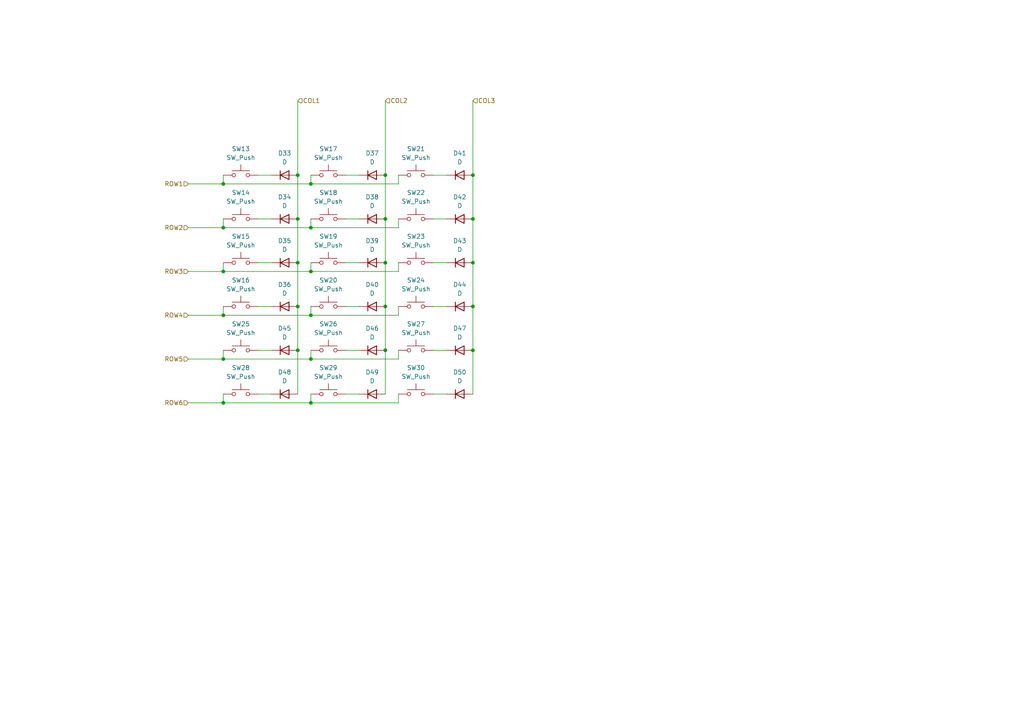
<source format=kicad_sch>
(kicad_sch (version 20231120) (generator "eeschema") (generator_version "8.0")
  (paper "A4")
  (lib_symbols
    (symbol "Device:D" (pin_numbers hide) (pin_names (offset 1.016) hide)
      (property "Reference" "D" (at 0 2.54 0))
      (property "Value" "D" (at 0 -2.54 0))
      (symbol "D_0_1"
        (polyline (pts (xy -1.27 1.27) (xy -1.27 -1.27)) (stroke (width 0.254)))
        (polyline (pts (xy 1.27 0) (xy -1.27 0)))
        (polyline (pts (xy 1.27 1.27) (xy 1.27 -1.27) (xy -1.27 0) (xy 1.27 1.27)) (stroke (width 0.254)))
      )
      (symbol "D_1_1"
        (pin passive line (at -3.81 0 0) (length 2.54) (name "K") (number "1"))
        (pin passive line (at 3.81 0 180) (length 2.54) (name "A") (number "2"))
      )
    )
    (symbol "Switch:SW_Push" (pin_numbers hide) (pin_names (offset 1.016) hide)
      (property "Reference" "SW" (at 1.27 2.54 0))
      (property "Value" "SW_Push" (at 0 -1.524 0))
      (symbol "SW_Push_0_1"
        (circle (center -2.032 0) (radius 0.508))
        (polyline (pts (xy 0 1.27) (xy 0 3.048)))
        (polyline (pts (xy 2.54 1.27) (xy -2.54 1.27)))
        (circle (center 2.032 0) (radius 0.508))
        (pin passive line (at -5.08 0 0) (length 2.54) (name "1") (number "1"))
        (pin passive line (at 5.08 0 180) (length 2.54) (name "2") (number "2"))
      )
    )
  )
  (junction (at 137.16 88.9))
  (junction (at 64.77 78.74))
  (junction (at 64.77 53.34))
  (junction (at 111.76 76.2))
  (junction (at 64.77 91.44))
  (junction (at 137.16 76.2))
  (junction (at 90.17 116.84))
  (junction (at 86.36 88.9))
  (junction (at 90.17 66.04))
  (junction (at 111.76 63.5))
  (junction (at 137.16 101.6))
  (junction (at 86.36 50.8))
  (junction (at 90.17 78.74))
  (junction (at 86.36 76.2))
  (junction (at 90.17 104.14))
  (junction (at 90.17 91.44))
  (junction (at 64.77 116.84))
  (junction (at 86.36 101.6))
  (junction (at 137.16 50.8))
  (junction (at 111.76 101.6))
  (junction (at 111.76 50.8))
  (junction (at 64.77 66.04))
  (junction (at 137.16 63.5))
  (junction (at 111.76 88.9))
  (junction (at 90.17 53.34))
  (junction (at 64.77 104.14))
  (junction (at 86.36 63.5))
  (wire (pts (xy 125.73 76.2) (xy 129.54 76.2)))
  (wire (pts (xy 125.73 50.8) (xy 129.54 50.8)))
  (wire (pts (xy 64.77 116.84) (xy 90.17 116.84)))
  (wire (pts (xy 125.73 88.9) (xy 129.54 88.9)))
  (wire (pts (xy 64.77 101.6) (xy 64.77 104.14)))
  (wire (pts (xy 100.33 76.2) (xy 104.14 76.2)))
  (wire (pts (xy 100.33 88.9) (xy 104.14 88.9)))
  (wire (pts (xy 64.77 63.5) (xy 64.77 66.04)))
  (wire (pts (xy 74.93 114.3) (xy 78.74 114.3)))
  (wire (pts (xy 64.77 50.8) (xy 64.77 53.34)))
  (wire (pts (xy 54.61 104.14) (xy 64.77 104.14)))
  (wire (pts (xy 111.76 63.5) (xy 111.76 76.2)))
  (wire (pts (xy 90.17 104.14) (xy 115.57 104.14)))
  (wire (pts (xy 100.33 50.8) (xy 104.14 50.8)))
  (wire (pts (xy 111.76 101.6) (xy 111.76 114.3)))
  (wire (pts (xy 86.36 29.21) (xy 86.36 50.8)))
  (wire (pts (xy 86.36 101.6) (xy 86.36 114.3)))
  (wire (pts (xy 137.16 76.2) (xy 137.16 88.9)))
  (wire (pts (xy 64.77 104.14) (xy 90.17 104.14)))
  (wire (pts (xy 125.73 63.5) (xy 129.54 63.5)))
  (wire (pts (xy 54.61 91.44) (xy 64.77 91.44)))
  (wire (pts (xy 74.93 76.2) (xy 78.74 76.2)))
  (wire (pts (xy 115.57 114.3) (xy 115.57 116.84)))
  (wire (pts (xy 125.73 101.6) (xy 129.54 101.6)))
  (wire (pts (xy 64.77 91.44) (xy 90.17 91.44)))
  (wire (pts (xy 54.61 78.74) (xy 64.77 78.74)))
  (wire (pts (xy 64.77 76.2) (xy 64.77 78.74)))
  (wire (pts (xy 137.16 63.5) (xy 137.16 76.2)))
  (wire (pts (xy 86.36 63.5) (xy 86.36 76.2)))
  (wire (pts (xy 74.93 63.5) (xy 78.74 63.5)))
  (wire (pts (xy 54.61 116.84) (xy 64.77 116.84)))
  (wire (pts (xy 100.33 101.6) (xy 104.14 101.6)))
  (wire (pts (xy 90.17 91.44) (xy 115.57 91.44)))
  (wire (pts (xy 64.77 88.9) (xy 64.77 91.44)))
  (wire (pts (xy 115.57 101.6) (xy 115.57 104.14)))
  (wire (pts (xy 90.17 78.74) (xy 115.57 78.74)))
  (wire (pts (xy 111.76 29.21) (xy 111.76 50.8)))
  (wire (pts (xy 90.17 66.04) (xy 115.57 66.04)))
  (wire (pts (xy 90.17 53.34) (xy 115.57 53.34)))
  (wire (pts (xy 74.93 101.6) (xy 78.74 101.6)))
  (wire (pts (xy 100.33 63.5) (xy 104.14 63.5)))
  (wire (pts (xy 86.36 88.9) (xy 86.36 101.6)))
  (wire (pts (xy 137.16 88.9) (xy 137.16 101.6)))
  (wire (pts (xy 137.16 29.21) (xy 137.16 50.8)))
  (wire (pts (xy 90.17 63.5) (xy 90.17 66.04)))
  (wire (pts (xy 137.16 101.6) (xy 137.16 114.3)))
  (wire (pts (xy 64.77 66.04) (xy 90.17 66.04)))
  (wire (pts (xy 90.17 50.8) (xy 90.17 53.34)))
  (wire (pts (xy 111.76 76.2) (xy 111.76 88.9)))
  (wire (pts (xy 90.17 76.2) (xy 90.17 78.74)))
  (wire (pts (xy 90.17 114.3) (xy 90.17 116.84)))
  (wire (pts (xy 54.61 53.34) (xy 64.77 53.34)))
  (wire (pts (xy 90.17 116.84) (xy 115.57 116.84)))
  (wire (pts (xy 115.57 63.5) (xy 115.57 66.04)))
  (wire (pts (xy 86.36 50.8) (xy 86.36 63.5)))
  (wire (pts (xy 90.17 88.9) (xy 90.17 91.44)))
  (wire (pts (xy 64.77 114.3) (xy 64.77 116.84)))
  (wire (pts (xy 74.93 50.8) (xy 78.74 50.8)))
  (wire (pts (xy 115.57 88.9) (xy 115.57 91.44)))
  (wire (pts (xy 64.77 78.74) (xy 90.17 78.74)))
  (wire (pts (xy 111.76 50.8) (xy 111.76 63.5)))
  (wire (pts (xy 125.73 114.3) (xy 129.54 114.3)))
  (wire (pts (xy 74.93 88.9) (xy 78.74 88.9)))
  (wire (pts (xy 64.77 53.34) (xy 90.17 53.34)))
  (wire (pts (xy 90.17 101.6) (xy 90.17 104.14)))
  (wire (pts (xy 115.57 50.8) (xy 115.57 53.34)))
  (wire (pts (xy 54.61 66.04) (xy 64.77 66.04)))
  (wire (pts (xy 111.76 88.9) (xy 111.76 101.6)))
  (wire (pts (xy 115.57 76.2) (xy 115.57 78.74)))
  (wire (pts (xy 86.36 76.2) (xy 86.36 88.9)))
  (wire (pts (xy 100.33 114.3) (xy 104.14 114.3)))
  (wire (pts (xy 137.16 50.8) (xy 137.16 63.5)))
  (hierarchical_label "COL2" (shape input) (at 111.76 29.21 0))
  (hierarchical_label "ROW3" (shape input) (at 54.61 78.74 180))
  (hierarchical_label "ROW4" (shape input) (at 54.61 91.44 180))
  (hierarchical_label "COL3" (shape input) (at 137.16 29.21 0))
  (hierarchical_label "ROW6" (shape input) (at 54.61 116.84 180))
  (hierarchical_label "ROW2" (shape input) (at 54.61 66.04 180))
  (hierarchical_label "ROW5" (shape input) (at 54.61 104.14 180))
  (hierarchical_label "COL1" (shape input) (at 86.36 29.21 0))
  (hierarchical_label "ROW1" (shape input) (at 54.61 53.34 180))
  (symbol (lib_id "Device:D") (at 82.55 114.3 0) (unit 1)
    (property "Reference" "D48" (at 82.55 107.95 0))
    (property "Value" "D" (at 82.55 110.49 0))
    (property "Footprint" "Diode_SMD:D_0805_2012Metric" (effects (hide yes)))
    (property "Datasheet" "https://www.lcsc.com/datasheet/lcsc_datasheet_1809291616_LIZ-Elec-CD4148WSP_C109001.pdf" (effects (hide yes)))
    (property "Sim.Device" "D" (effects (hide yes)))
    (property "Sim.Pins" "1=K 2=A" (effects (hide yes)))
    (property "JLCPCB Part" "C109001" (effects (hide yes)))
    (property "Manufracturer" "LIZ Elec" (effects (hide yes)))
    (property "Manufracturer Part Number" "CD4148WSP" (effects (hide yes)))
  )
  (symbol (lib_id "Switch:SW_Push") (at 69.85 50.8 0) (unit 1)
    (property "Reference" "SW13" (at 69.85 43.18 0))
    (property "Value" "SW_Push" (at 69.85 45.72 0))
    (property "Footprint" "NiasStuff:SW_Push_1TS009xxxx-xxxx-xxxx_6x6x5mm" (effects (hide yes)))
    (property "Datasheet" "https://www.lcsc.com/datasheet/lcsc_datasheet_1811151231_HYP--Hongyuan-Precision-1TS009A-1800-5000-CT_C319409.pdf" (effects (hide yes)))
    (property "JLCPCB Part" "C319409" (effects (hide yes)))
    (property "Manufracturer" "HYP (Hongyuan Precision)" (effects (hide yes)))
    (property "Manufracturer Part Number" "1TS009A-1800-5000-CT" (effects (hide yes)))
  )
  (symbol (lib_id "Switch:SW_Push") (at 69.85 114.3 0) (unit 1)
    (property "Reference" "SW28" (at 69.85 106.68 0))
    (property "Value" "SW_Push" (at 69.85 109.22 0))
    (property "Footprint" "NiasStuff:SW_Push_1TS009xxxx-xxxx-xxxx_6x6x5mm" (effects (hide yes)))
    (property "Datasheet" "https://www.lcsc.com/datasheet/lcsc_datasheet_1811151231_HYP--Hongyuan-Precision-1TS009A-1800-5000-CT_C319409.pdf" (effects (hide yes)))
    (property "JLCPCB Part" "C319409" (effects (hide yes)))
    (property "Manufracturer" "HYP (Hongyuan Precision)" (effects (hide yes)))
    (property "Manufracturer Part Number" "1TS009A-1800-5000-CT" (effects (hide yes)))
  )
  (symbol (lib_id "Device:D") (at 82.55 50.8 0) (unit 1)
    (property "Reference" "D33" (at 82.55 44.45 0))
    (property "Value" "D" (at 82.55 46.99 0))
    (property "Footprint" "Diode_SMD:D_0805_2012Metric" (effects (hide yes)))
    (property "Datasheet" "https://www.lcsc.com/datasheet/lcsc_datasheet_1809291616_LIZ-Elec-CD4148WSP_C109001.pdf" (effects (hide yes)))
    (property "Sim.Device" "D" (effects (hide yes)))
    (property "Sim.Pins" "1=K 2=A" (effects (hide yes)))
    (property "JLCPCB Part" "C109001" (effects (hide yes)))
    (property "Manufracturer" "LIZ Elec" (effects (hide yes)))
    (property "Manufracturer Part Number" "CD4148WSP" (effects (hide yes)))
  )
  (symbol (lib_id "Switch:SW_Push") (at 69.85 88.9 0) (unit 1)
    (property "Reference" "SW16" (at 69.85 81.28 0))
    (property "Value" "SW_Push" (at 69.85 83.82 0))
    (property "Footprint" "NiasStuff:SW_Push_1TS009xxxx-xxxx-xxxx_6x6x5mm" (effects (hide yes)))
    (property "Datasheet" "https://www.lcsc.com/datasheet/lcsc_datasheet_1811151231_HYP--Hongyuan-Precision-1TS009A-1800-5000-CT_C319409.pdf" (effects (hide yes)))
    (property "JLCPCB Part" "C319409" (effects (hide yes)))
    (property "Manufracturer" "HYP (Hongyuan Precision)" (effects (hide yes)))
    (property "Manufracturer Part Number" "1TS009A-1800-5000-CT" (effects (hide yes)))
  )
  (symbol (lib_id "Device:D") (at 82.55 63.5 0) (unit 1)
    (property "Reference" "D34" (at 82.55 57.15 0))
    (property "Value" "D" (at 82.55 59.69 0))
    (property "Footprint" "Diode_SMD:D_0805_2012Metric" (effects (hide yes)))
    (property "Datasheet" "https://www.lcsc.com/datasheet/lcsc_datasheet_1809291616_LIZ-Elec-CD4148WSP_C109001.pdf" (effects (hide yes)))
    (property "Sim.Device" "D" (effects (hide yes)))
    (property "Sim.Pins" "1=K 2=A" (effects (hide yes)))
    (property "JLCPCB Part" "C109001" (effects (hide yes)))
    (property "Manufracturer" "LIZ Elec" (effects (hide yes)))
    (property "Manufracturer Part Number" "CD4148WSP" (effects (hide yes)))
  )
  (symbol (lib_id "Device:D") (at 107.95 76.2 0) (unit 1)
    (property "Reference" "D39" (at 107.95 69.85 0))
    (property "Value" "D" (at 107.95 72.39 0))
    (property "Footprint" "Diode_SMD:D_0805_2012Metric" (effects (hide yes)))
    (property "Datasheet" "https://www.lcsc.com/datasheet/lcsc_datasheet_1809291616_LIZ-Elec-CD4148WSP_C109001.pdf" (effects (hide yes)))
    (property "Sim.Device" "D" (effects (hide yes)))
    (property "Sim.Pins" "1=K 2=A" (effects (hide yes)))
    (property "JLCPCB Part" "C109001" (effects (hide yes)))
    (property "Manufracturer" "LIZ Elec" (effects (hide yes)))
    (property "Manufracturer Part Number" "CD4148WSP" (effects (hide yes)))
  )
  (symbol (lib_id "Device:D") (at 82.55 76.2 0) (unit 1)
    (property "Reference" "D35" (at 82.55 69.85 0))
    (property "Value" "D" (at 82.55 72.39 0))
    (property "Footprint" "Diode_SMD:D_0805_2012Metric" (effects (hide yes)))
    (property "Datasheet" "https://www.lcsc.com/datasheet/lcsc_datasheet_1809291616_LIZ-Elec-CD4148WSP_C109001.pdf" (effects (hide yes)))
    (property "Sim.Device" "D" (effects (hide yes)))
    (property "Sim.Pins" "1=K 2=A" (effects (hide yes)))
    (property "JLCPCB Part" "C109001" (effects (hide yes)))
    (property "Manufracturer" "LIZ Elec" (effects (hide yes)))
    (property "Manufracturer Part Number" "CD4148WSP" (effects (hide yes)))
  )
  (symbol (lib_id "Switch:SW_Push") (at 120.65 101.6 0) (unit 1)
    (property "Reference" "SW27" (at 120.65 93.98 0))
    (property "Value" "SW_Push" (at 120.65 96.52 0))
    (property "Footprint" "NiasStuff:SW_Push_1TS009xxxx-xxxx-xxxx_6x6x5mm" (effects (hide yes)))
    (property "Datasheet" "https://www.lcsc.com/datasheet/lcsc_datasheet_1811151231_HYP--Hongyuan-Precision-1TS009A-1800-5000-CT_C319409.pdf" (effects (hide yes)))
    (property "JLCPCB Part" "C319409" (effects (hide yes)))
    (property "Manufracturer" "HYP (Hongyuan Precision)" (effects (hide yes)))
    (property "Manufracturer Part Number" "1TS009A-1800-5000-CT" (effects (hide yes)))
  )
  (symbol (lib_id "Device:D") (at 107.95 50.8 0) (unit 1)
    (property "Reference" "D37" (at 107.95 44.45 0))
    (property "Value" "D" (at 107.95 46.99 0))
    (property "Footprint" "Diode_SMD:D_0805_2012Metric" (effects (hide yes)))
    (property "Datasheet" "https://www.lcsc.com/datasheet/lcsc_datasheet_1809291616_LIZ-Elec-CD4148WSP_C109001.pdf" (effects (hide yes)))
    (property "Sim.Device" "D" (effects (hide yes)))
    (property "Sim.Pins" "1=K 2=A" (effects (hide yes)))
    (property "JLCPCB Part" "C109001" (effects (hide yes)))
    (property "Manufracturer" "LIZ Elec" (effects (hide yes)))
    (property "Manufracturer Part Number" "CD4148WSP" (effects (hide yes)))
  )
  (symbol (lib_id "Switch:SW_Push") (at 120.65 76.2 0) (unit 1)
    (property "Reference" "SW23" (at 120.65 68.58 0))
    (property "Value" "SW_Push" (at 120.65 71.12 0))
    (property "Footprint" "NiasStuff:SW_Push_1TS009xxxx-xxxx-xxxx_6x6x5mm" (effects (hide yes)))
    (property "Datasheet" "https://www.lcsc.com/datasheet/lcsc_datasheet_1811151231_HYP--Hongyuan-Precision-1TS009A-1800-5000-CT_C319409.pdf" (effects (hide yes)))
    (property "JLCPCB Part" "C319409" (effects (hide yes)))
    (property "Manufracturer" "HYP (Hongyuan Precision)" (effects (hide yes)))
    (property "Manufracturer Part Number" "1TS009A-1800-5000-CT" (effects (hide yes)))
  )
  (symbol (lib_id "Switch:SW_Push") (at 69.85 101.6 0) (unit 1)
    (property "Reference" "SW25" (at 69.85 93.98 0))
    (property "Value" "SW_Push" (at 69.85 96.52 0))
    (property "Footprint" "NiasStuff:SW_Push_1TS009xxxx-xxxx-xxxx_6x6x5mm" (effects (hide yes)))
    (property "Datasheet" "https://www.lcsc.com/datasheet/lcsc_datasheet_1811151231_HYP--Hongyuan-Precision-1TS009A-1800-5000-CT_C319409.pdf" (effects (hide yes)))
    (property "JLCPCB Part" "C319409" (effects (hide yes)))
    (property "Manufracturer" "HYP (Hongyuan Precision)" (effects (hide yes)))
    (property "Manufracturer Part Number" "1TS009A-1800-5000-CT" (effects (hide yes)))
  )
  (symbol (lib_id "Device:D") (at 82.55 101.6 0) (unit 1)
    (property "Reference" "D45" (at 82.55 95.25 0))
    (property "Value" "D" (at 82.55 97.79 0))
    (property "Footprint" "Diode_SMD:D_0805_2012Metric" (effects (hide yes)))
    (property "Datasheet" "https://www.lcsc.com/datasheet/lcsc_datasheet_1809291616_LIZ-Elec-CD4148WSP_C109001.pdf" (effects (hide yes)))
    (property "Sim.Device" "D" (effects (hide yes)))
    (property "Sim.Pins" "1=K 2=A" (effects (hide yes)))
    (property "JLCPCB Part" "C109001" (effects (hide yes)))
    (property "Manufracturer" "LIZ Elec" (effects (hide yes)))
    (property "Manufracturer Part Number" "CD4148WSP" (effects (hide yes)))
  )
  (symbol (lib_id "Switch:SW_Push") (at 120.65 88.9 0) (unit 1)
    (property "Reference" "SW24" (at 120.65 81.28 0))
    (property "Value" "SW_Push" (at 120.65 83.82 0))
    (property "Footprint" "NiasStuff:SW_Push_1TS009xxxx-xxxx-xxxx_6x6x5mm" (effects (hide yes)))
    (property "Datasheet" "https://www.lcsc.com/datasheet/lcsc_datasheet_1811151231_HYP--Hongyuan-Precision-1TS009A-1800-5000-CT_C319409.pdf" (effects (hide yes)))
    (property "JLCPCB Part" "C319409" (effects (hide yes)))
    (property "Manufracturer" "HYP (Hongyuan Precision)" (effects (hide yes)))
    (property "Manufracturer Part Number" "1TS009A-1800-5000-CT" (effects (hide yes)))
  )
  (symbol (lib_id "Switch:SW_Push") (at 120.65 50.8 0) (unit 1)
    (property "Reference" "SW21" (at 120.65 43.18 0))
    (property "Value" "SW_Push" (at 120.65 45.72 0))
    (property "Footprint" "NiasStuff:SW_Push_1TS009xxxx-xxxx-xxxx_6x6x5mm" (effects (hide yes)))
    (property "Datasheet" "https://www.lcsc.com/datasheet/lcsc_datasheet_1811151231_HYP--Hongyuan-Precision-1TS009A-1800-5000-CT_C319409.pdf" (effects (hide yes)))
    (property "JLCPCB Part" "C319409" (effects (hide yes)))
    (property "Manufracturer" "HYP (Hongyuan Precision)" (effects (hide yes)))
    (property "Manufracturer Part Number" "1TS009A-1800-5000-CT" (effects (hide yes)))
  )
  (symbol (lib_id "Device:D") (at 133.35 101.6 0) (unit 1)
    (property "Reference" "D47" (at 133.35 95.25 0))
    (property "Value" "D" (at 133.35 97.79 0))
    (property "Footprint" "Diode_SMD:D_0805_2012Metric" (effects (hide yes)))
    (property "Datasheet" "https://www.lcsc.com/datasheet/lcsc_datasheet_1809291616_LIZ-Elec-CD4148WSP_C109001.pdf" (effects (hide yes)))
    (property "Sim.Device" "D" (effects (hide yes)))
    (property "Sim.Pins" "1=K 2=A" (effects (hide yes)))
    (property "JLCPCB Part" "C109001" (effects (hide yes)))
    (property "Manufracturer" "LIZ Elec" (effects (hide yes)))
    (property "Manufracturer Part Number" "CD4148WSP" (effects (hide yes)))
  )
  (symbol (lib_id "Device:D") (at 133.35 63.5 0) (unit 1)
    (property "Reference" "D42" (at 133.35 57.15 0))
    (property "Value" "D" (at 133.35 59.69 0))
    (property "Footprint" "Diode_SMD:D_0805_2012Metric" (effects (hide yes)))
    (property "Datasheet" "https://www.lcsc.com/datasheet/lcsc_datasheet_1809291616_LIZ-Elec-CD4148WSP_C109001.pdf" (effects (hide yes)))
    (property "Sim.Device" "D" (effects (hide yes)))
    (property "Sim.Pins" "1=K 2=A" (effects (hide yes)))
    (property "JLCPCB Part" "C109001" (effects (hide yes)))
    (property "Manufracturer" "LIZ Elec" (effects (hide yes)))
    (property "Manufracturer Part Number" "CD4148WSP" (effects (hide yes)))
  )
  (symbol (lib_id "Device:D") (at 133.35 50.8 0) (unit 1)
    (property "Reference" "D41" (at 133.35 44.45 0))
    (property "Value" "D" (at 133.35 46.99 0))
    (property "Footprint" "Diode_SMD:D_0805_2012Metric" (effects (hide yes)))
    (property "Datasheet" "https://www.lcsc.com/datasheet/lcsc_datasheet_1809291616_LIZ-Elec-CD4148WSP_C109001.pdf" (effects (hide yes)))
    (property "Sim.Device" "D" (effects (hide yes)))
    (property "Sim.Pins" "1=K 2=A" (effects (hide yes)))
    (property "JLCPCB Part" "C109001" (effects (hide yes)))
    (property "Manufracturer" "LIZ Elec" (effects (hide yes)))
    (property "Manufracturer Part Number" "CD4148WSP" (effects (hide yes)))
  )
  (symbol (lib_id "Switch:SW_Push") (at 95.25 50.8 0) (unit 1)
    (property "Reference" "SW17" (at 95.25 43.18 0))
    (property "Value" "SW_Push" (at 95.25 45.72 0))
    (property "Footprint" "NiasStuff:SW_Push_1TS009xxxx-xxxx-xxxx_6x6x5mm" (effects (hide yes)))
    (property "Datasheet" "https://www.lcsc.com/datasheet/lcsc_datasheet_1811151231_HYP--Hongyuan-Precision-1TS009A-1800-5000-CT_C319409.pdf" (effects (hide yes)))
    (property "JLCPCB Part" "C319409" (effects (hide yes)))
    (property "Manufracturer" "HYP (Hongyuan Precision)" (effects (hide yes)))
    (property "Manufracturer Part Number" "1TS009A-1800-5000-CT" (effects (hide yes)))
  )
  (symbol (lib_id "Switch:SW_Push") (at 95.25 63.5 0) (unit 1)
    (property "Reference" "SW18" (at 95.25 55.88 0))
    (property "Value" "SW_Push" (at 95.25 58.42 0))
    (property "Footprint" "NiasStuff:SW_Push_1TS009xxxx-xxxx-xxxx_6x6x5mm" (effects (hide yes)))
    (property "Datasheet" "https://www.lcsc.com/datasheet/lcsc_datasheet_1811151231_HYP--Hongyuan-Precision-1TS009A-1800-5000-CT_C319409.pdf" (effects (hide yes)))
    (property "JLCPCB Part" "C319409" (effects (hide yes)))
    (property "Manufracturer" "HYP (Hongyuan Precision)" (effects (hide yes)))
    (property "Manufracturer Part Number" "1TS009A-1800-5000-CT" (effects (hide yes)))
  )
  (symbol (lib_id "Switch:SW_Push") (at 95.25 76.2 0) (unit 1)
    (property "Reference" "SW19" (at 95.25 68.58 0))
    (property "Value" "SW_Push" (at 95.25 71.12 0))
    (property "Footprint" "NiasStuff:SW_Push_1TS009xxxx-xxxx-xxxx_6x6x5mm" (effects (hide yes)))
    (property "Datasheet" "https://www.lcsc.com/datasheet/lcsc_datasheet_1811151231_HYP--Hongyuan-Precision-1TS009A-1800-5000-CT_C319409.pdf" (effects (hide yes)))
    (property "JLCPCB Part" "C319409" (effects (hide yes)))
    (property "Manufracturer" "HYP (Hongyuan Precision)" (effects (hide yes)))
    (property "Manufracturer Part Number" "1TS009A-1800-5000-CT" (effects (hide yes)))
  )
  (symbol (lib_id "Device:D") (at 107.95 63.5 0) (unit 1)
    (property "Reference" "D38" (at 107.95 57.15 0))
    (property "Value" "D" (at 107.95 59.69 0))
    (property "Footprint" "Diode_SMD:D_0805_2012Metric" (effects (hide yes)))
    (property "Datasheet" "https://www.lcsc.com/datasheet/lcsc_datasheet_1809291616_LIZ-Elec-CD4148WSP_C109001.pdf" (effects (hide yes)))
    (property "Sim.Device" "D" (effects (hide yes)))
    (property "Sim.Pins" "1=K 2=A" (effects (hide yes)))
    (property "JLCPCB Part" "C109001" (effects (hide yes)))
    (property "Manufracturer" "LIZ Elec" (effects (hide yes)))
    (property "Manufracturer Part Number" "CD4148WSP" (effects (hide yes)))
  )
  (symbol (lib_id "Switch:SW_Push") (at 95.25 101.6 0) (unit 1)
    (property "Reference" "SW26" (at 95.25 93.98 0))
    (property "Value" "SW_Push" (at 95.25 96.52 0))
    (property "Footprint" "NiasStuff:SW_Push_1TS009xxxx-xxxx-xxxx_6x6x5mm" (effects (hide yes)))
    (property "Datasheet" "https://www.lcsc.com/datasheet/lcsc_datasheet_1811151231_HYP--Hongyuan-Precision-1TS009A-1800-5000-CT_C319409.pdf" (effects (hide yes)))
    (property "JLCPCB Part" "C319409" (effects (hide yes)))
    (property "Manufracturer" "HYP (Hongyuan Precision)" (effects (hide yes)))
    (property "Manufracturer Part Number" "1TS009A-1800-5000-CT" (effects (hide yes)))
  )
  (symbol (lib_id "Switch:SW_Push") (at 120.65 114.3 0) (unit 1)
    (property "Reference" "SW30" (at 120.65 106.68 0))
    (property "Value" "SW_Push" (at 120.65 109.22 0))
    (property "Footprint" "NiasStuff:SW_Push_1TS009xxxx-xxxx-xxxx_6x6x5mm" (effects (hide yes)))
    (property "Datasheet" "https://www.lcsc.com/datasheet/lcsc_datasheet_1811151231_HYP--Hongyuan-Precision-1TS009A-1800-5000-CT_C319409.pdf" (effects (hide yes)))
    (property "JLCPCB Part" "C319409" (effects (hide yes)))
    (property "Manufracturer" "HYP (Hongyuan Precision)" (effects (hide yes)))
    (property "Manufracturer Part Number" "1TS009A-1800-5000-CT" (effects (hide yes)))
  )
  (symbol (lib_id "Switch:SW_Push") (at 120.65 63.5 0) (unit 1)
    (property "Reference" "SW22" (at 120.65 55.88 0))
    (property "Value" "SW_Push" (at 120.65 58.42 0))
    (property "Footprint" "NiasStuff:SW_Push_1TS009xxxx-xxxx-xxxx_6x6x5mm" (effects (hide yes)))
    (property "Datasheet" "https://www.lcsc.com/datasheet/lcsc_datasheet_1811151231_HYP--Hongyuan-Precision-1TS009A-1800-5000-CT_C319409.pdf" (effects (hide yes)))
    (property "JLCPCB Part" "C319409" (effects (hide yes)))
    (property "Manufracturer" "HYP (Hongyuan Precision)" (effects (hide yes)))
    (property "Manufracturer Part Number" "1TS009A-1800-5000-CT" (effects (hide yes)))
  )
  (symbol (lib_id "Device:D") (at 107.95 101.6 0) (unit 1)
    (property "Reference" "D46" (at 107.95 95.25 0))
    (property "Value" "D" (at 107.95 97.79 0))
    (property "Footprint" "Diode_SMD:D_0805_2012Metric" (effects (hide yes)))
    (property "Datasheet" "https://www.lcsc.com/datasheet/lcsc_datasheet_1809291616_LIZ-Elec-CD4148WSP_C109001.pdf" (effects (hide yes)))
    (property "Sim.Device" "D" (effects (hide yes)))
    (property "Sim.Pins" "1=K 2=A" (effects (hide yes)))
    (property "JLCPCB Part" "C109001" (effects (hide yes)))
    (property "Manufracturer" "LIZ Elec" (effects (hide yes)))
    (property "Manufracturer Part Number" "CD4148WSP" (effects (hide yes)))
  )
  (symbol (lib_id "Switch:SW_Push") (at 95.25 88.9 0) (unit 1)
    (property "Reference" "SW20" (at 95.25 81.28 0))
    (property "Value" "SW_Push" (at 95.25 83.82 0))
    (property "Footprint" "NiasStuff:SW_Push_1TS009xxxx-xxxx-xxxx_6x6x5mm" (effects (hide yes)))
    (property "Datasheet" "https://www.lcsc.com/datasheet/lcsc_datasheet_1811151231_HYP--Hongyuan-Precision-1TS009A-1800-5000-CT_C319409.pdf" (effects (hide yes)))
    (property "JLCPCB Part" "C319409" (effects (hide yes)))
    (property "Manufracturer" "HYP (Hongyuan Precision)" (effects (hide yes)))
    (property "Manufracturer Part Number" "1TS009A-1800-5000-CT" (effects (hide yes)))
  )
  (symbol (lib_id "Switch:SW_Push") (at 95.25 114.3 0) (unit 1)
    (property "Reference" "SW29" (at 95.25 106.68 0))
    (property "Value" "SW_Push" (at 95.25 109.22 0))
    (property "Footprint" "NiasStuff:SW_Push_1TS009xxxx-xxxx-xxxx_6x6x5mm" (effects (hide yes)))
    (property "Datasheet" "https://www.lcsc.com/datasheet/lcsc_datasheet_1811151231_HYP--Hongyuan-Precision-1TS009A-1800-5000-CT_C319409.pdf" (effects (hide yes)))
    (property "JLCPCB Part" "C319409" (effects (hide yes)))
    (property "Manufracturer" "HYP (Hongyuan Precision)" (effects (hide yes)))
    (property "Manufracturer Part Number" "1TS009A-1800-5000-CT" (effects (hide yes)))
  )
  (symbol (lib_id "Switch:SW_Push") (at 69.85 76.2 0) (unit 1)
    (property "Reference" "SW15" (at 69.85 68.58 0))
    (property "Value" "SW_Push" (at 69.85 71.12 0))
    (property "Footprint" "NiasStuff:SW_Push_1TS009xxxx-xxxx-xxxx_6x6x5mm" (effects (hide yes)))
    (property "Datasheet" "https://www.lcsc.com/datasheet/lcsc_datasheet_1811151231_HYP--Hongyuan-Precision-1TS009A-1800-5000-CT_C319409.pdf" (effects (hide yes)))
    (property "JLCPCB Part" "C319409" (effects (hide yes)))
    (property "Manufracturer" "HYP (Hongyuan Precision)" (effects (hide yes)))
    (property "Manufracturer Part Number" "1TS009A-1800-5000-CT" (effects (hide yes)))
  )
  (symbol (lib_id "Device:D") (at 133.35 76.2 0) (unit 1)
    (property "Reference" "D43" (at 133.35 69.85 0))
    (property "Value" "D" (at 133.35 72.39 0))
    (property "Footprint" "Diode_SMD:D_0805_2012Metric" (effects (hide yes)))
    (property "Datasheet" "https://www.lcsc.com/datasheet/lcsc_datasheet_1809291616_LIZ-Elec-CD4148WSP_C109001.pdf" (effects (hide yes)))
    (property "Sim.Device" "D" (effects (hide yes)))
    (property "Sim.Pins" "1=K 2=A" (effects (hide yes)))
    (property "JLCPCB Part" "C109001" (effects (hide yes)))
    (property "Manufracturer" "LIZ Elec" (effects (hide yes)))
    (property "Manufracturer Part Number" "CD4148WSP" (effects (hide yes)))
  )
  (symbol (lib_id "Device:D") (at 107.95 88.9 0) (unit 1)
    (property "Reference" "D40" (at 107.95 82.55 0))
    (property "Value" "D" (at 107.95 85.09 0))
    (property "Footprint" "Diode_SMD:D_0805_2012Metric" (effects (hide yes)))
    (property "Datasheet" "https://www.lcsc.com/datasheet/lcsc_datasheet_1809291616_LIZ-Elec-CD4148WSP_C109001.pdf" (effects (hide yes)))
    (property "Sim.Device" "D" (effects (hide yes)))
    (property "Sim.Pins" "1=K 2=A" (effects (hide yes)))
    (property "JLCPCB Part" "C109001" (effects (hide yes)))
    (property "Manufracturer" "LIZ Elec" (effects (hide yes)))
    (property "Manufracturer Part Number" "CD4148WSP" (effects (hide yes)))
  )
  (symbol (lib_id "Device:D") (at 82.55 88.9 0) (unit 1)
    (property "Reference" "D36" (at 82.55 82.55 0))
    (property "Value" "D" (at 82.55 85.09 0))
    (property "Footprint" "Diode_SMD:D_0805_2012Metric" (effects (hide yes)))
    (property "Datasheet" "https://www.lcsc.com/datasheet/lcsc_datasheet_1809291616_LIZ-Elec-CD4148WSP_C109001.pdf" (effects (hide yes)))
    (property "Sim.Device" "D" (effects (hide yes)))
    (property "Sim.Pins" "1=K 2=A" (effects (hide yes)))
    (property "JLCPCB Part" "C109001" (effects (hide yes)))
    (property "Manufracturer" "LIZ Elec" (effects (hide yes)))
    (property "Manufracturer Part Number" "CD4148WSP" (effects (hide yes)))
  )
  (symbol (lib_id "Device:D") (at 133.35 88.9 0) (unit 1)
    (property "Reference" "D44" (at 133.35 82.55 0))
    (property "Value" "D" (at 133.35 85.09 0))
    (property "Footprint" "Diode_SMD:D_0805_2012Metric" (effects (hide yes)))
    (property "Datasheet" "https://www.lcsc.com/datasheet/lcsc_datasheet_1809291616_LIZ-Elec-CD4148WSP_C109001.pdf" (effects (hide yes)))
    (property "Sim.Device" "D" (effects (hide yes)))
    (property "Sim.Pins" "1=K 2=A" (effects (hide yes)))
    (property "JLCPCB Part" "C109001" (effects (hide yes)))
    (property "Manufracturer" "LIZ Elec" (effects (hide yes)))
    (property "Manufracturer Part Number" "CD4148WSP" (effects (hide yes)))
  )
  (symbol (lib_id "Device:D") (at 107.95 114.3 0) (unit 1)
    (property "Reference" "D49" (at 107.95 107.95 0))
    (property "Value" "D" (at 107.95 110.49 0))
    (property "Footprint" "Diode_SMD:D_0805_2012Metric" (effects (hide yes)))
    (property "Datasheet" "https://www.lcsc.com/datasheet/lcsc_datasheet_1809291616_LIZ-Elec-CD4148WSP_C109001.pdf" (effects (hide yes)))
    (property "Sim.Device" "D" (effects (hide yes)))
    (property "Sim.Pins" "1=K 2=A" (effects (hide yes)))
    (property "JLCPCB Part" "C109001" (effects (hide yes)))
    (property "Manufracturer" "LIZ Elec" (effects (hide yes)))
    (property "Manufracturer Part Number" "CD4148WSP" (effects (hide yes)))
  )
  (symbol (lib_id "Switch:SW_Push") (at 69.85 63.5 0) (unit 1)
    (property "Reference" "SW14" (at 69.85 55.88 0))
    (property "Value" "SW_Push" (at 69.85 58.42 0))
    (property "Footprint" "NiasStuff:SW_Push_1TS009xxxx-xxxx-xxxx_6x6x5mm" (effects (hide yes)))
    (property "Datasheet" "https://www.lcsc.com/datasheet/lcsc_datasheet_1811151231_HYP--Hongyuan-Precision-1TS009A-1800-5000-CT_C319409.pdf" (effects (hide yes)))
    (property "JLCPCB Part" "C319409" (effects (hide yes)))
    (property "Manufracturer" "HYP (Hongyuan Precision)" (effects (hide yes)))
    (property "Manufracturer Part Number" "1TS009A-1800-5000-CT" (effects (hide yes)))
  )
  (symbol (lib_id "Device:D") (at 133.35 114.3 0) (unit 1)
    (property "Reference" "D50" (at 133.35 107.95 0))
    (property "Value" "D" (at 133.35 110.49 0))
    (property "Footprint" "Diode_SMD:D_0805_2012Metric" (effects (hide yes)))
    (property "Datasheet" "https://www.lcsc.com/datasheet/lcsc_datasheet_1809291616_LIZ-Elec-CD4148WSP_C109001.pdf" (effects (hide yes)))
    (property "Sim.Device" "D" (effects (hide yes)))
    (property "Sim.Pins" "1=K 2=A" (effects (hide yes)))
    (property "JLCPCB Part" "C109001" (effects (hide yes)))
    (property "Manufracturer" "LIZ Elec" (effects (hide yes)))
    (property "Manufracturer Part Number" "CD4148WSP" (effects (hide yes)))
  )
)
</source>
